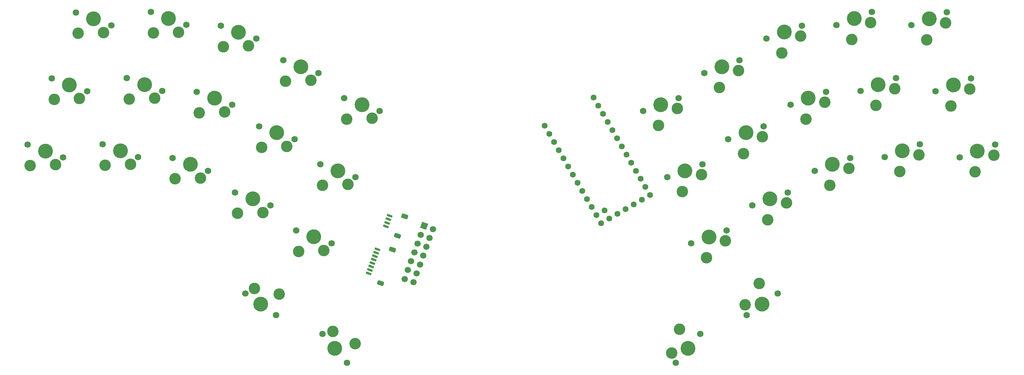
<source format=gts>
%TF.GenerationSoftware,KiCad,Pcbnew,7.0.1-0*%
%TF.CreationDate,2023-04-15T20:22:24-04:00*%
%TF.ProjectId,fidrildi3,66696472-696c-4646-9933-2e6b69636164,rev?*%
%TF.SameCoordinates,Original*%
%TF.FileFunction,Soldermask,Top*%
%TF.FilePolarity,Negative*%
%FSLAX46Y46*%
G04 Gerber Fmt 4.6, Leading zero omitted, Abs format (unit mm)*
G04 Created by KiCad (PCBNEW 7.0.1-0) date 2023-04-15 20:22:24*
%MOMM*%
%LPD*%
G01*
G04 APERTURE LIST*
G04 Aperture macros list*
%AMRoundRect*
0 Rectangle with rounded corners*
0 $1 Rounding radius*
0 $2 $3 $4 $5 $6 $7 $8 $9 X,Y pos of 4 corners*
0 Add a 4 corners polygon primitive as box body*
4,1,4,$2,$3,$4,$5,$6,$7,$8,$9,$2,$3,0*
0 Add four circle primitives for the rounded corners*
1,1,$1+$1,$2,$3*
1,1,$1+$1,$4,$5*
1,1,$1+$1,$6,$7*
1,1,$1+$1,$8,$9*
0 Add four rect primitives between the rounded corners*
20,1,$1+$1,$2,$3,$4,$5,0*
20,1,$1+$1,$4,$5,$6,$7,0*
20,1,$1+$1,$6,$7,$8,$9,0*
20,1,$1+$1,$8,$9,$2,$3,0*%
%AMHorizOval*
0 Thick line with rounded ends*
0 $1 width*
0 $2 $3 position (X,Y) of the first rounded end (center of the circle)*
0 $4 $5 position (X,Y) of the second rounded end (center of the circle)*
0 Add line between two ends*
20,1,$1,$2,$3,$4,$5,0*
0 Add two circle primitives to create the rounded ends*
1,1,$1,$2,$3*
1,1,$1,$4,$5*%
%AMRotRect*
0 Rectangle, with rotation*
0 The origin of the aperture is its center*
0 $1 length*
0 $2 width*
0 $3 Rotation angle, in degrees counterclockwise*
0 Add horizontal line*
21,1,$1,$2,0,0,$3*%
G04 Aperture macros list end*
%ADD10C,1.750000*%
%ADD11C,3.100000*%
%ADD12C,4.000000*%
%ADD13RotRect,1.700000X1.700000X340.000000*%
%ADD14HorizOval,1.700000X0.000000X0.000000X0.000000X0.000000X0*%
%ADD15RoundRect,0.250000X0.491093X-0.551206X0.730507X0.106579X-0.491093X0.551206X-0.730507X-0.106579X0*%
%ADD16RoundRect,0.150000X0.536005X-0.354716X0.638611X-0.072809X-0.536005X0.354716X-0.638611X0.072809X0*%
%ADD17C,1.600000*%
G04 APERTURE END LIST*
D10*
X102010000Y-103140000D03*
D11*
X99947859Y-105092454D03*
D12*
X97236361Y-101402538D03*
D11*
X93112079Y-105307445D03*
D10*
X92462722Y-99665076D03*
X159064639Y-186508494D03*
D11*
X161826732Y-185848690D03*
D12*
X162330000Y-190400000D03*
D11*
X167854186Y-189080392D03*
D10*
X165595361Y-194291506D03*
X261590000Y-140690000D03*
D11*
X261265321Y-143511185D03*
D12*
X256816361Y-142427462D03*
D11*
X256167004Y-148069832D03*
D10*
X252042722Y-144164924D03*
X128140000Y-142440000D03*
D11*
X126077859Y-144392454D03*
D12*
X123366361Y-140702538D03*
D11*
X119242079Y-144607445D03*
D10*
X118592722Y-138965076D03*
D13*
X186419796Y-157318768D03*
D14*
X188806615Y-158187499D03*
X185551065Y-159705587D03*
X187937884Y-160574318D03*
X184682334Y-162092407D03*
X187069153Y-162961138D03*
X183813603Y-164479226D03*
X186200422Y-165347957D03*
X182944871Y-166866045D03*
X185331691Y-167734776D03*
X182076140Y-169252864D03*
X184462959Y-170121595D03*
X181207409Y-171639684D03*
X183594228Y-172508415D03*
D10*
X288407278Y-103245076D03*
D11*
X288082599Y-106066261D03*
D12*
X283633639Y-104982538D03*
D11*
X282984282Y-110624908D03*
D10*
X278860000Y-106720000D03*
X340537278Y-135365076D03*
D11*
X340212599Y-138186261D03*
D12*
X335763639Y-137102538D03*
D11*
X335114282Y-142744908D03*
D10*
X330990000Y-138840000D03*
X167957278Y-144164924D03*
D11*
X165895137Y-146117378D03*
D12*
X163183639Y-142427462D03*
D11*
X159059357Y-146332369D03*
D10*
X158410000Y-140690000D03*
X95510000Y-120990000D03*
D11*
X93447859Y-122942454D03*
D12*
X90736361Y-119252538D03*
D11*
X86612079Y-123157445D03*
D10*
X85962722Y-117515076D03*
X141140000Y-106740000D03*
D11*
X139077859Y-108692454D03*
D12*
X136366361Y-105002538D03*
D11*
X132242079Y-108907445D03*
D10*
X131592722Y-103265076D03*
X144970000Y-151760000D03*
D11*
X142907859Y-153712454D03*
D12*
X140196361Y-150022538D03*
D11*
X136072079Y-153927445D03*
D10*
X135422722Y-148285076D03*
X109253639Y-138767462D03*
D11*
X107191498Y-140719916D03*
D12*
X104480000Y-137030000D03*
D11*
X100355718Y-140934907D03*
D10*
X99706361Y-135292538D03*
X134637278Y-124594924D03*
D11*
X132575137Y-126547378D03*
D12*
X129863639Y-122857462D03*
D11*
X125739357Y-126762369D03*
D10*
X125090000Y-121120000D03*
X301397278Y-138965076D03*
D11*
X301072599Y-141786261D03*
D12*
X296623639Y-140702538D03*
D11*
X295974282Y-146344908D03*
D10*
X291850000Y-142440000D03*
X138158708Y-175556232D03*
D11*
X140655915Y-174204028D03*
D12*
X142320000Y-178470000D03*
D11*
X147314414Y-175765592D03*
D10*
X146481292Y-181383768D03*
X327537278Y-99655076D03*
D11*
X327212599Y-102476261D03*
D12*
X322763639Y-101392538D03*
D11*
X322114282Y-107034908D03*
D10*
X317990000Y-103130000D03*
X334027278Y-117515076D03*
D11*
X333702599Y-120336261D03*
D12*
X329253639Y-119252538D03*
D11*
X328604282Y-124894908D03*
D10*
X324480000Y-120990000D03*
X268070000Y-158550000D03*
D11*
X267745321Y-161371185D03*
D12*
X263296361Y-160287462D03*
D11*
X262647004Y-165929832D03*
D10*
X258522722Y-162024924D03*
X151470000Y-133904924D03*
D11*
X149407859Y-135857378D03*
D12*
X146696361Y-132167462D03*
D11*
X142572079Y-136072369D03*
D10*
X141922722Y-130430000D03*
D15*
X179300000Y-159960000D03*
X181215313Y-154697721D03*
D16*
X176103318Y-157413072D03*
X176445338Y-156473379D03*
X176787358Y-155533686D03*
X177129378Y-154593994D03*
D10*
X89020000Y-138850000D03*
D11*
X86957859Y-140802454D03*
D12*
X84246361Y-137112538D03*
D11*
X80122079Y-141017445D03*
D10*
X79472722Y-135375076D03*
X273518708Y-181383768D03*
D11*
X273102147Y-178574680D03*
D12*
X277680000Y-178470000D03*
D11*
X276846878Y-172851823D03*
D10*
X281841292Y-175556232D03*
X278080000Y-130430000D03*
D11*
X277755321Y-133251185D03*
D12*
X273306361Y-132167462D03*
D11*
X272657004Y-137809832D03*
D10*
X268532722Y-133904924D03*
X320273639Y-135282538D03*
D11*
X319948960Y-138103723D03*
D12*
X315500000Y-137020000D03*
D11*
X314850643Y-142662370D03*
D10*
X310726361Y-138757462D03*
X284577278Y-148295076D03*
D11*
X284252599Y-151116261D03*
D12*
X279803639Y-150032538D03*
D11*
X279154282Y-155674908D03*
D10*
X275030000Y-151770000D03*
X271583639Y-112572538D03*
D11*
X271258960Y-115393723D03*
D12*
X266810000Y-114310000D03*
D11*
X266160643Y-119952370D03*
D10*
X262036361Y-116047462D03*
X254404639Y-194291506D03*
D11*
X253275226Y-191685949D03*
D12*
X257670000Y-190400000D03*
D11*
X255411175Y-185188886D03*
D10*
X260935361Y-186508494D03*
D17*
X218960886Y-130241773D03*
X220230886Y-132441477D03*
X221500886Y-134641182D03*
X222770886Y-136840886D03*
X224040886Y-139040591D03*
X225310886Y-141240295D03*
X226580886Y-143440000D03*
X227850886Y-145639705D03*
X229120886Y-147839409D03*
X230390886Y-150039114D03*
X231660886Y-152238818D03*
X232930886Y-154438523D03*
X234200886Y-156638227D03*
X236400591Y-155368227D03*
X238600295Y-154098227D03*
X240800000Y-152828227D03*
X242999705Y-151558227D03*
X245199409Y-150288227D03*
X247399114Y-149018227D03*
X246129114Y-146818523D03*
X244859114Y-144618818D03*
X243589114Y-142419114D03*
X242319114Y-140219409D03*
X241049114Y-138019705D03*
X239779114Y-135820000D03*
X238509114Y-133620295D03*
X237239114Y-131420591D03*
X235969114Y-129220886D03*
X234699114Y-127021182D03*
X233429114Y-124821477D03*
X232159114Y-122621773D03*
X235130591Y-153168523D03*
D10*
X294897278Y-121115076D03*
D11*
X294572599Y-123936261D03*
D12*
X290123639Y-122852538D03*
D11*
X289474282Y-128494908D03*
D10*
X285350000Y-124590000D03*
D15*
X174660000Y-172730000D03*
X177943393Y-163708951D03*
D16*
X171463317Y-170183072D03*
X171805337Y-169243379D03*
X172147358Y-168303687D03*
X172489378Y-167363994D03*
X172831398Y-166424301D03*
X173173418Y-165484609D03*
X173515438Y-164544916D03*
X173857458Y-163605224D03*
D10*
X313787278Y-117425076D03*
D11*
X313462599Y-120246261D03*
D12*
X309013639Y-119162538D03*
D11*
X308364282Y-124804908D03*
D10*
X304240000Y-120900000D03*
X174453639Y-126297462D03*
D11*
X172391498Y-128249916D03*
D12*
X169680000Y-124560000D03*
D11*
X165555718Y-128464907D03*
D10*
X164906361Y-122822538D03*
X157970000Y-116060000D03*
D11*
X155907859Y-118012454D03*
D12*
X153196361Y-114322538D03*
D11*
X149072079Y-118227445D03*
D10*
X148422722Y-112585076D03*
X307287278Y-99575076D03*
D11*
X306962599Y-102396261D03*
D12*
X302513639Y-101312538D03*
D11*
X301864282Y-106954908D03*
D10*
X297740000Y-103050000D03*
X122263639Y-103047462D03*
D11*
X120201498Y-104999916D03*
D12*
X117490000Y-101310000D03*
D11*
X113365718Y-105214907D03*
D10*
X112716361Y-99572538D03*
X115757278Y-120904924D03*
D11*
X113695137Y-122857378D03*
D12*
X110983639Y-119167462D03*
D11*
X106859357Y-123072369D03*
D10*
X106210000Y-117430000D03*
X161463639Y-162017462D03*
D11*
X159401498Y-163969916D03*
D12*
X156690000Y-160280000D03*
D11*
X152565718Y-164184907D03*
D10*
X151916361Y-158542538D03*
X255093639Y-122825076D03*
D11*
X254768960Y-125646261D03*
D12*
X250320000Y-124562538D03*
D11*
X249670643Y-130204908D03*
D10*
X245546361Y-126300000D03*
M02*

</source>
